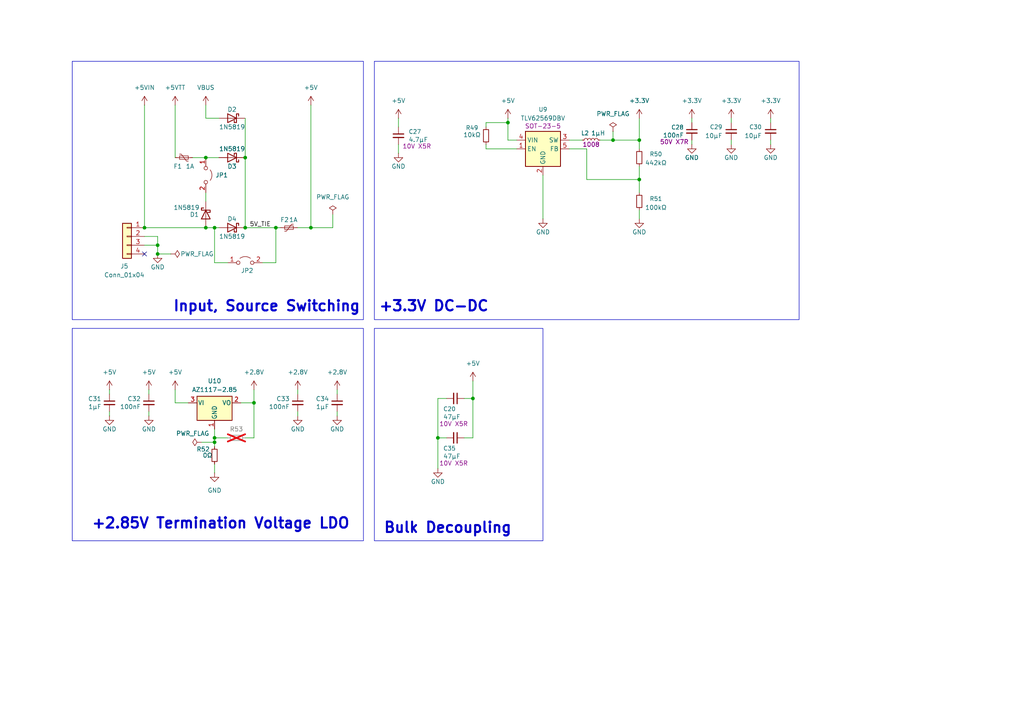
<source format=kicad_sch>
(kicad_sch (version 20250114) (generator "eeschema") (generator_version "9.0")
  (paper "A4")
  (title_block (title "GBSCSI2 Common Platform - Power, 3.3V DC-DC + LDO VTT") (date "2026-02-01") (rev "2.0") (comment 1 "Drawn by George R. M."))
  (lib_symbols
    (symbol "Connector_Generic:Conn_01x04" (pin_names (offset 1.016) (hide yes))
      (property "Reference" "J" (at 0 5.08 0))
      (property "Value" "Conn_01x04" (at 0 -7.62 0))
      (symbol "Conn_01x04_1_1"
        (rectangle (start -1.27 3.81) (end 1.27 -6.35) (stroke (width 0.254)) (fill (type background)))
        (rectangle (start -1.27 2.667) (end 0 2.413) (stroke (width 0.1524)))
        (rectangle (start -1.27 0.127) (end 0 -0.127) (stroke (width 0.1524)))
        (rectangle (start -1.27 -2.413) (end 0 -2.667) (stroke (width 0.1524)))
        (rectangle (start -1.27 -4.953) (end 0 -5.207) (stroke (width 0.1524)))
        (pin passive line (at -5.08 2.54 0) (length 3.81) (name "Pin_1") (number "1"))
        (pin passive line (at -5.08 0 0) (length 3.81) (name "Pin_2") (number "2"))
        (pin passive line (at -5.08 -2.54 0) (length 3.81) (name "Pin_3") (number "3"))
        (pin passive line (at -5.08 -5.08 0) (length 3.81) (name "Pin_4") (number "4"))
      )
    )
    (symbol "Device:C_Small" (pin_numbers (hide yes)) (pin_names (offset 0.254) (hide yes))
      (property "Reference" "C" (at 0.254 1.778 0))
      (property "Value" "C_Small" (at 0.254 -2.032 0))
      (symbol "C_Small_0_1"
        (polyline (pts (xy -1.524 0.508) (xy 1.524 0.508)) (stroke (width 0.3048)))
        (polyline (pts (xy -1.524 -0.508) (xy 1.524 -0.508)) (stroke (width 0.3302)))
      )
      (symbol "C_Small_1_1"
        (pin passive line (at 0 2.54 270) (length 2.032) (name "~") (number "1"))
        (pin passive line (at 0 -2.54 90) (length 2.032) (name "~") (number "2"))
      )
    )
    (symbol "Device:D_Schottky" (pin_numbers (hide yes)) (pin_names (offset 1.016) (hide yes))
      (property "Reference" "D" (at 0 2.54 0))
      (property "Value" "D_Schottky" (at 0 -2.54 0))
      (symbol "D_Schottky_0_1"
        (polyline (pts (xy -1.905 0.635) (xy -1.905 1.27) (xy -1.27 1.27) (xy -1.27 -1.27) (xy -0.635 -1.27) (xy -0.635 -0.635)) (stroke (width 0.254)))
        (polyline (pts (xy 1.27 1.27) (xy 1.27 -1.27) (xy -1.27 0) (xy 1.27 1.27)) (stroke (width 0.254)))
        (polyline (pts (xy 1.27 0) (xy -1.27 0)))
      )
      (symbol "D_Schottky_1_1"
        (pin passive line (at -3.81 0 0) (length 2.54) (name "K") (number "1"))
        (pin passive line (at 3.81 0 180) (length 2.54) (name "A") (number "2"))
      )
    )
    (symbol "Device:L_Small" (pin_numbers (hide yes)) (pin_names (offset 0.254) (hide yes))
      (property "Reference" "L" (at 0.762 1.016 0))
      (property "Value" "L_Small" (at 0.762 -1.016 0))
      (symbol "L_Small_0_1"
        (arc (start 0 2.032) (mid 0.5058 1.524) (end 0 1.016))
        (arc (start 0 1.016) (mid 0.5058 0.508) (end 0 0))
        (arc (start 0 0) (mid 0.5058 -0.508) (end 0 -1.016))
        (arc (start 0 -1.016) (mid 0.5058 -1.524) (end 0 -2.032))
      )
      (symbol "L_Small_1_1"
        (pin passive line (at 0 2.54 270) (length 0.508) (name "~") (number "1"))
        (pin passive line (at 0 -2.54 90) (length 0.508) (name "~") (number "2"))
      )
    )
    (symbol "Device:Polyfuse_Small" (pin_numbers (hide yes)) (pin_names (offset 0))
      (property "Reference" "F" (at -1.905 0 90))
      (property "Value" "Polyfuse_Small" (at 1.905 0 90))
      (symbol "Polyfuse_Small_0_1"
        (polyline (pts (xy -1.016 1.27) (xy -1.016 0.762) (xy 1.016 -0.762) (xy 1.016 -1.27)))
        (rectangle (start -0.508 1.27) (end 0.508 -1.27))
        (polyline (pts (xy 0 2.54) (xy 0 -2.54)))
      )
      (symbol "Polyfuse_Small_1_1"
        (pin passive line (at 0 2.54 270) (length 0.635) (name "~") (number "1"))
        (pin passive line (at 0 -2.54 90) (length 0.635) (name "~") (number "2"))
      )
    )
    (symbol "Device:R_Small" (pin_numbers (hide yes)) (pin_names (offset 0.254) (hide yes))
      (property "Reference" "R" (at 0 0 90))
      (property "Value" "R_Small" (at 1.778 0 90))
      (symbol "R_Small_0_1"
        (rectangle (start -0.762 1.778) (end 0.762 -1.778) (stroke (width 0.2032)))
      )
      (symbol "R_Small_1_1"
        (pin passive line (at 0 2.54 270) (length 0.762) (name "~") (number "1"))
        (pin passive line (at 0 -2.54 90) (length 0.762) (name "~") (number "2"))
      )
    )
    (symbol "Jumper:Jumper_2_Open" (pin_names (offset 0) (hide yes))
      (property "Reference" "JP" (at 0 2.794 0))
      (property "Value" "Jumper_2_Open" (at 0 -2.286 0))
      (symbol "Jumper_2_Open_0_0"
        (circle (center -2.032 0) (radius 0.508))
        (circle (center 2.032 0) (radius 0.508))
      )
      (symbol "Jumper_2_Open_0_1"
        (arc (start -1.524 1.27) (mid 0 1.778) (end 1.524 1.27))
      )
      (symbol "Jumper_2_Open_1_1"
        (pin passive line (at -5.08 0 0) (length 2.54) (name "A") (number "1"))
        (pin passive line (at 5.08 0 180) (length 2.54) (name "B") (number "2"))
      )
    )
    (symbol "Regulator_Linear:AZ1117-2.85" (pin_names (offset 0.254))
      (property "Reference" "U" (at -3.81 3.175 0))
      (property "Value" "AZ1117-2.85" (at 0 3.175 0))
      (symbol "AZ1117-2.85_0_1"
        (rectangle (start -5.08 1.905) (end 5.08 -5.08) (stroke (width 0.254)) (fill (type background)))
      )
      (symbol "AZ1117-2.85_1_1"
        (pin power_in line (at -7.62 0 0) (length 2.54) (name "VI") (number "3"))
        (pin power_in line (at 0 -7.62 90) (length 2.54) (name "GND") (number "1"))
        (pin power_out line (at 7.62 0 180) (length 2.54) (name "VO") (number "2"))
      )
    )
    (symbol "Regulator_Switching:TLV62569DBV"
      (property "Reference" "U" (at -5.08 6.35 0))
      (property "Value" "TLV62569DBV" (at 0 6.35 0))
      (symbol "TLV62569DBV_0_1"
        (rectangle (start -5.08 5.08) (end 5.08 -5.08) (stroke (width 0.254)) (fill (type background)))
      )
      (symbol "TLV62569DBV_1_1"
        (pin power_in line (at -7.62 2.54 0) (length 2.54) (name "VIN") (number "4"))
        (pin input line (at -7.62 0 0) (length 2.54) (name "EN") (number "1"))
        (pin power_in line (at 0 -7.62 90) (length 2.54) (name "GND") (number "2"))
        (pin power_out line (at 7.62 2.54 180) (length 2.54) (name "SW") (number "3"))
        (pin input line (at 7.62 0 180) (length 2.54) (name "FB") (number "5"))
      )
    )
    (symbol "power:+2V8" (power) (pin_names (offset 0))
      (property "Value" "+2V8" (at 0 3.556 0))
      (symbol "+2V8_0_1"
        (polyline (pts (xy -0.762 1.27) (xy 0 2.54)))
        (polyline (pts (xy 0 2.54) (xy 0.762 1.27)))
        (polyline (pts (xy 0 0) (xy 0 2.54)))
      )
      (symbol "+2V8_1_1"
        (pin power_in line (at 0 0 90) (length 0) (hide yes) (name "+2V8") (number "1"))
      )
    )
    (symbol "power:+3.3V" (power) (pin_numbers (hide yes)) (pin_names (offset 0) (hide yes))
      (property "Value" "+3.3V" (at 0 3.556 0))
      (symbol "+3.3V_0_1"
        (polyline (pts (xy -0.762 1.27) (xy 0 2.54)))
        (polyline (pts (xy 0 2.54) (xy 0.762 1.27)))
        (polyline (pts (xy 0 0) (xy 0 2.54)))
      )
      (symbol "+3.3V_1_1"
        (pin power_in line (at 0 0 90) (length 0) (name "~") (number "1"))
      )
    )
    (symbol "power:+5V" (power) (pin_numbers (hide yes)) (pin_names (offset 0) (hide yes))
      (property "Value" "+5V" (at 0 3.556 0))
      (symbol "+5V_0_1"
        (polyline (pts (xy -0.762 1.27) (xy 0 2.54)))
        (polyline (pts (xy 0 2.54) (xy 0.762 1.27)))
        (polyline (pts (xy 0 0) (xy 0 2.54)))
      )
      (symbol "+5V_1_1"
        (pin power_in line (at 0 0 90) (length 0) (name "~") (number "1"))
      )
    )
    (symbol "power:GND" (power) (pin_numbers (hide yes)) (pin_names (offset 0) (hide yes))
      (property "Value" "GND" (at 0 -3.81 0))
      (symbol "GND_0_1"
        (polyline (pts (xy 0 0) (xy 0 -1.27) (xy 1.27 -1.27) (xy 0 -2.54) (xy -1.27 -1.27) (xy 0 -1.27)))
      )
      (symbol "GND_1_1"
        (pin power_in line (at 0 0 270) (length 0) (name "~") (number "1"))
      )
    )
    (symbol "power:PWR_FLAG" (power) (pin_numbers (hide yes)) (pin_names (offset 0) (hide yes))
      (property "Value" "PWR_FLAG" (at 0 3.81 0))
      (symbol "PWR_FLAG_0_0"
        (pin power_out line (at 0 0 90) (length 0) (name "~") (number "1"))
      )
      (symbol "PWR_FLAG_0_1"
        (polyline (pts (xy 0 0) (xy 0 1.27) (xy -1.016 1.905) (xy 0 2.54) (xy 1.016 1.905) (xy 0 1.27)))
      )
    )
    (symbol "power:VBUS" (power) (pin_numbers (hide yes)) (pin_names (offset 0) (hide yes))
      (property "Value" "VBUS" (at 0 3.556 0))
      (symbol "VBUS_0_1"
        (polyline (pts (xy -0.762 1.27) (xy 0 2.54)))
        (polyline (pts (xy 0 2.54) (xy 0.762 1.27)))
        (polyline (pts (xy 0 0) (xy 0 2.54)))
      )
      (symbol "VBUS_1_1"
        (pin power_in line (at 0 0 90) (length 0) (name "~") (number "1"))
      )
    )
  )
  (rectangle (start 108.585 17.78) (end 231.775 92.71))
  (rectangle (start 108.585 95.25) (end 157.48 156.845))
  (rectangle (start 20.955 95.25) (end 105.41 156.845))
  (rectangle (start 20.955 17.78) (end 105.41 92.71))
  (text "+2.85V Termination Voltage LDO" (at 26.416 153.67 0) (effects (font (size 3 3) (thickness 0.6) (bold yes)) (justify left bottom)))
  (text "+3.3V DC-DC" (at 109.728 90.678 0) (effects (font (size 3 3) (thickness 0.6) (bold yes)) (justify left bottom)))
  (text "Bulk Decoupling" (at 111.125 154.94 0) (effects (font (size 3 3) (thickness 0.6) (bold yes)) (justify left bottom)))
  (text "Input, Source Switching" (at 50.038 90.678 0) (effects (font (size 3 3) (thickness 0.6) (bold yes)) (justify left bottom)))
  (junction (at 71.12 66.04))
  (junction (at 185.42 52.07))
  (junction (at 90.17 66.04))
  (junction (at 127 127))
  (junction (at 59.69 66.04))
  (junction (at 185.42 40.64))
  (junction (at 59.69 45.72))
  (junction (at 137.16 115.57))
  (junction (at 45.72 73.66))
  (junction (at 147.32 35.56))
  (junction (at 177.8 40.64))
  (junction (at 45.72 71.12))
  (junction (at 62.23 128.27))
  (junction (at 80.01 66.04))
  (junction (at 73.66 116.84))
  (junction (at 62.23 66.04))
  (junction (at 41.91 66.04))
  (junction (at 71.12 45.72))
  (junction (at 62.23 127))
  (no_connect (at 41.91 73.66))
  (wire (pts (xy 62.23 127) (xy 66.04 127)))
  (wire (pts (xy 137.16 127) (xy 134.62 127)))
  (wire (pts (xy 127 127) (xy 127 135.89)))
  (wire (pts (xy 41.91 68.58) (xy 45.72 68.58)))
  (wire (pts (xy 45.72 71.12) (xy 45.72 73.66)))
  (wire (pts (xy 49.53 73.66) (xy 45.72 73.66)))
  (wire (pts (xy 127 127) (xy 129.54 127)))
  (wire (pts (xy 69.85 116.84) (xy 73.66 116.84)))
  (wire (pts (xy 185.42 34.29) (xy 185.42 40.64)))
  (wire (pts (xy 86.36 114.3) (xy 86.36 113.03)))
  (wire (pts (xy 71.12 66.04) (xy 80.01 66.04)))
  (wire (pts (xy 97.79 120.65) (xy 97.79 119.38)))
  (wire (pts (xy 115.57 34.29) (xy 115.57 36.83)))
  (wire (pts (xy 165.1 43.18) (xy 170.18 43.18)))
  (wire (pts (xy 31.75 114.3) (xy 31.75 113.03)))
  (wire (pts (xy 59.69 58.42) (xy 59.69 55.88)))
  (wire (pts (xy 43.18 114.3) (xy 43.18 113.03)))
  (wire (pts (xy 223.52 41.91) (xy 223.52 40.64)))
  (wire (pts (xy 212.09 34.29) (xy 212.09 35.56)))
  (wire (pts (xy 41.91 71.12) (xy 45.72 71.12)))
  (wire (pts (xy 140.97 35.56) (xy 147.32 35.56)))
  (wire (pts (xy 55.88 45.72) (xy 59.69 45.72)))
  (wire (pts (xy 177.8 40.64) (xy 185.42 40.64)))
  (wire (pts (xy 140.97 35.56) (xy 140.97 36.83)))
  (wire (pts (xy 62.23 128.27) (xy 62.23 127)))
  (wire (pts (xy 62.23 134.62) (xy 62.23 137.16)))
  (wire (pts (xy 170.18 43.18) (xy 170.18 52.07)))
  (wire (pts (xy 212.09 41.91) (xy 212.09 40.64)))
  (wire (pts (xy 86.36 120.65) (xy 86.36 119.38)))
  (wire (pts (xy 127 115.57) (xy 129.54 115.57)))
  (wire (pts (xy 71.12 127) (xy 73.66 127)))
  (wire (pts (xy 62.23 127) (xy 62.23 124.46)))
  (wire (pts (xy 147.32 40.64) (xy 149.86 40.64)))
  (wire (pts (xy 59.69 45.72) (xy 63.5 45.72)))
  (wire (pts (xy 147.32 35.56) (xy 147.32 34.29)))
  (wire (pts (xy 140.97 41.91) (xy 140.97 43.18)))
  (wire (pts (xy 170.18 52.07) (xy 185.42 52.07)))
  (wire (pts (xy 62.23 76.2) (xy 66.04 76.2)))
  (wire (pts (xy 50.8 116.84) (xy 50.8 113.03)))
  (wire (pts (xy 157.48 63.5) (xy 157.48 50.8)))
  (wire (pts (xy 76.2 76.2) (xy 80.01 76.2)))
  (wire (pts (xy 86.36 66.04) (xy 90.17 66.04)))
  (wire (pts (xy 115.57 41.91) (xy 115.57 44.45)))
  (wire (pts (xy 43.18 120.65) (xy 43.18 119.38)))
  (wire (pts (xy 185.42 48.26) (xy 185.42 52.07)))
  (wire (pts (xy 62.23 129.54) (xy 62.23 128.27)))
  (wire (pts (xy 80.01 66.04) (xy 80.01 76.2)))
  (wire (pts (xy 59.69 30.48) (xy 59.69 34.29)))
  (wire (pts (xy 137.16 115.57) (xy 137.16 127)))
  (wire (pts (xy 200.66 41.91) (xy 200.66 40.64)))
  (wire (pts (xy 73.66 127) (xy 73.66 116.84)))
  (wire (pts (xy 137.16 115.57) (xy 134.62 115.57)))
  (wire (pts (xy 140.97 43.18) (xy 149.86 43.18)))
  (wire (pts (xy 59.69 66.04) (xy 62.23 66.04)))
  (wire (pts (xy 185.42 60.96) (xy 185.42 63.5)))
  (wire (pts (xy 147.32 40.64) (xy 147.32 35.56)))
  (wire (pts (xy 165.1 40.64) (xy 168.91 40.64)))
  (wire (pts (xy 127 115.57) (xy 127 127)))
  (wire (pts (xy 200.66 34.29) (xy 200.66 35.56)))
  (wire (pts (xy 137.16 110.49) (xy 137.16 115.57)))
  (wire (pts (xy 97.79 114.3) (xy 97.79 113.03)))
  (wire (pts (xy 185.42 40.64) (xy 185.42 43.18)))
  (wire (pts (xy 71.12 45.72) (xy 71.12 34.29)))
  (wire (pts (xy 41.91 30.48) (xy 41.91 66.04)))
  (wire (pts (xy 54.61 116.84) (xy 50.8 116.84)))
  (wire (pts (xy 62.23 66.04) (xy 63.5 66.04)))
  (wire (pts (xy 223.52 34.29) (xy 223.52 35.56)))
  (wire (pts (xy 50.8 30.48) (xy 50.8 45.72)))
  (wire (pts (xy 59.69 34.29) (xy 63.5 34.29)))
  (wire (pts (xy 41.91 66.04) (xy 59.69 66.04)))
  (wire (pts (xy 62.23 66.04) (xy 62.23 76.2)))
  (wire (pts (xy 96.52 62.23) (xy 96.52 66.04)))
  (wire (pts (xy 80.01 66.04) (xy 81.28 66.04)))
  (wire (pts (xy 185.42 52.07) (xy 185.42 55.88)))
  (wire (pts (xy 45.72 68.58) (xy 45.72 71.12)))
  (wire (pts (xy 90.17 66.04) (xy 96.52 66.04)))
  (wire (pts (xy 31.75 120.65) (xy 31.75 119.38)))
  (wire (pts (xy 71.12 66.04) (xy 71.12 45.72)))
  (wire (pts (xy 90.17 66.04) (xy 90.17 30.48)))
  (wire (pts (xy 58.42 128.27) (xy 62.23 128.27)))
  (wire (pts (xy 73.66 116.84) (xy 73.66 113.03)))
  (wire (pts (xy 177.8 38.1) (xy 177.8 40.64)))
  (wire (pts (xy 173.99 40.64) (xy 177.8 40.64)))
  (label "5V_TIE" (at 72.39 66.04 0))
  (symbol (lib_id "power:+5V") (at 137.16 110.49 0) (mirror y) (unit 1)
    (property "Reference" "#PWR0110" (effects (hide yes)))
    (property "Value" "+5V" (at 137.16 105.41 0))
  )
  (symbol (lib_id "power:GND") (at 212.09 41.91 0) (unit 1)
    (property "Reference" "#PWR091" (effects (hide yes)))
    (property "Value" "GND" (at 212.09 45.72 0))
  )
  (symbol (lib_id "Device:C_Small") (at 223.52 38.1 0) (unit 1)
    (property "Reference" "C30" (at 220.98 36.8362 0) (effects (font (size 1.2 1.2)) (justify right)))
    (property "Value" "10μF" (at 220.98 39.3762 0) (effects (justify right)))
    (property "Footprint" "Capacitor_SMD:C_0603_1608Metric" (effects (hide yes)))
    (property "LCSC" "C96446" (effects (hide yes)))
    (property "Preferred MPN" "CL10A106MA8NRNC" (effects (hide yes)))
    (property "Alternate Part Number" "GRM188R61E106KA73D" (effects (hide yes)))
    (property "Nominal Preferred Characteristics" "25V X5R" (effects (hide yes)))
    (property "Case/Package" "0603" (effects (hide yes)))
    (property "Dimensions" "1.6x0.8mm" (effects (hide yes)))
  )
  (symbol (lib_id "power:GND") (at 157.48 63.5 0) (unit 1)
    (property "Reference" "#PWR084" (effects (hide yes)))
    (property "Value" "GND" (at 157.48 67.31 0))
  )
  (symbol (lib_id "Device:L_Small") (at 171.45 40.64 90) (unit 1)
    (property "Reference" "L2" (at 169.672 38.608 90) (effects (font (size 1.2 1.2))))
    (property "Value" "1μH" (at 173.482 38.608 90))
    (property "Footprint" "Inductor_SMD:L_1008_2520Metric" (effects (hide yes)))
    (property "Datasheet" "https://jlcpcb.com/api/file/downloadByFileSystemAccessId/8590903638858543104" (effects (hide yes)))
    (property "LCSC" "C5832356" (effects (hide yes)))
    (property "Preferred MPN" "FTC252010S1R0MBCA" (effects (hide yes)))
    (property "Alternate Part Number" "IHHP1008AZER1R0M01" (effects (hide yes)))
    (property "Case/Package" "1008" (at 171.45 41.91 90))
    (property "Dimensions" "2.5x2.0mm" (effects (hide yes)))
  )
  (symbol (lib_id "power:GND") (at 62.23 137.16 0) (unit 1)
    (property "Reference" "#PWR099" (effects (hide yes)))
    (property "Value" "GND" (at 62.23 142.24 0))
  )
  (symbol (lib_id "Device:C_Small") (at 43.18 116.84 0) (unit 1)
    (property "Reference" "C32" (at 40.8686 115.6716 0) (effects (justify right)))
    (property "Value" "100nF" (at 40.8686 117.983 0) (effects (justify right)))
    (property "Footprint" "Capacitor_SMD:C_0603_1608Metric" (effects (hide yes)))
    (property "LCSC" "C14663" (effects (hide yes)))
    (property "LCSC Part #" "C14663" (effects (hide yes)))
  )
  (symbol (lib_id "Device:D_Schottky") (at 67.31 66.04 0) (mirror y) (unit 1)
    (property "Reference" "D4" (at 67.31 63.5 0))
    (property "Value" "1N5819" (at 67.31 68.58 0))
    (property "Footprint" "Diode_SMD:D_SOD-123" (effects (hide yes)))
    (property "Description" "Schottky diode" (effects (hide yes)))
    (property "LCSC" "C191023" (effects (hide yes)))
    (property "LCSC Part #" "C82544" (effects (hide yes)))
  )
  (symbol (lib_id "power:VBUS") (at 59.69 30.48 0) (unit 1)
    (property "Reference" "#PWR082" (effects (hide yes)))
    (property "Value" "VBUS" (at 59.69 25.4 0))
    (property "Description" "Power symbol creates a global label with name \"VBUS\"" (effects (hide yes)))
  )
  (symbol (lib_id "power:+5V") (at 41.91 30.48 0) (unit 1)
    (property "Reference" "#PWR079" (effects (hide yes)))
    (property "Value" "+5VIN" (at 41.91 25.4 0))
    (property "Description" "Power symbol creates a global label with name \"+5V\"" (effects (hide yes)))
  )
  (symbol (lib_id "Regulator_Linear:AZ1117-2.85") (at 62.23 116.84 0) (unit 1)
    (property "Reference" "U10" (at 62.23 110.49 0))
    (property "Value" "AZ1117-2.85" (at 62.23 113.03 0))
    (property "Footprint" "Package_TO_SOT_SMD:SOT-223-3_TabPin2" (effects (hide yes)))
    (property "Datasheet" "https://www.diodes.com/assets/Datasheets/AZ1117.pdf" (effects (hide yes)))
    (property "LCSC" "C14791" (effects (hide yes)))
    (property "LCSC Part #" "C14791" (effects (hide yes)))
  )
  (symbol (lib_id "Device:C_Small") (at 132.08 115.57 270) (unit 1)
    (property "Reference" "C20" (at 128.524 118.618 90) (effects (font (size 1.2 1.2)) (justify left)))
    (property "Value" "47μF" (at 128.524 120.9294 90) (effects (justify left)))
    (property "Footprint" "Capacitor_SMD:C_1206_3216Metric" (effects (hide yes)))
    (property "LCSC" "C96123" (effects (hide yes)))
    (property "Preferred MPN" "CL31A476MPHNNNE" (effects (hide yes)))
    (property "Nominal Preferred Characteristics" "10V X5R" (at 131.572 122.936 90))
    (property "Case/Package" "1206" (effects (hide yes)))
    (property "Dimensions" "1.0x0.5mm" (effects (hide yes)))
  )
  (symbol (lib_id "Regulator_Switching:TLV62569DBV") (at 157.48 43.18 0) (unit 1)
    (property "Reference" "U9" (at 157.48 31.75 0) (effects (font (size 1.2 1.2))))
    (property "Value" "TLV62569DBV" (at 157.48 34.29 0))
    (property "Footprint" "Package_TO_SOT_SMD:SOT-23-5" (effects (hide yes)))
    (property "Datasheet" "http://www.ti.com/lit/ds/symlink/tlv62569.pdf" (effects (hide yes)))
    (property "Description" "High Efficiency Synchronous Buck Converter, Adjustable Output 0.6V-5.5V, 2A, SOT-23-5" (effects (hide yes)))
    (property "Preferred MPN" "TLV62569DBVR" (effects (hide yes)))
    (property "Alternate Part Number" "TLV62568DBVR" (effects (hide yes)))
    (property "LCSC" "C141836" (effects (hide yes)))
    (property "Comment" "Buck Regulator" (effects (hide yes)))
    (property "Case/Package" "SOT-23-5" (at 157.48 36.576 0))
  )
  (symbol (lib_id "Device:R_Small") (at 62.23 132.08 180) (unit 1)
    (property "Reference" "R52" (at 58.928 130.302 0))
    (property "Value" "0Ω" (at 60.198 132.08 0))
    (property "Footprint" "Resistor_SMD:R_0603_1608Metric" (effects (hide yes)))
    (property "LCSC" "C21189" (effects (hide yes)))
    (property "LCSC Part #" "C21189" (effects (hide yes)))
  )
  (symbol (lib_id "power:+5V") (at 50.8 113.03 0) (mirror y) (unit 1)
    (property "Reference" "#PWR098" (effects (hide yes)))
    (property "Value" "+5V" (at 50.8 107.95 0))
  )
  (symbol (lib_id "power:+5V") (at 90.17 30.48 0) (unit 1)
    (property "Reference" "#PWR085" (effects (hide yes)))
    (property "Value" "+5V" (at 90.17 25.4 0))
  )
  (symbol (lib_id "power:GND") (at 185.42 63.5 0) (unit 1)
    (property "Reference" "#PWR087" (effects (hide yes)))
    (property "Value" "GND" (at 185.42 67.31 0))
  )
  (symbol (lib_id "power:+5V") (at 50.8 30.48 0) (unit 1)
    (property "Reference" "#PWR081" (effects (hide yes)))
    (property "Value" "+5VTT" (at 50.8 25.4 0))
    (property "Description" "Power symbol creates a global label with name \"+5V\"" (effects (hide yes)))
  )
  (symbol (lib_id "power:PWR_FLAG") (at 58.42 128.27 90) (unit 1)
    (property "Reference" "#FLG0103" (effects (hide yes)))
    (property "Value" "PWR_FLAG" (at 55.88 125.73 90))
    (property "Description" "Special symbol for telling ERC where power comes from" (effects (hide yes)))
  )
  (symbol (lib_id "power:GND") (at 97.79 120.65 0) (unit 1)
    (property "Reference" "#PWR0104" (effects (hide yes)))
    (property "Value" "GND" (at 97.79 124.46 0))
  )
  (symbol (lib_id "power:+3.3V") (at 212.09 34.29 0) (unit 1)
    (property "Reference" "#PWR090" (effects (hide yes)))
    (property "Value" "+3.3V" (at 212.09 29.21 0))
  )
  (symbol (lib_id "Device:R_Small") (at 140.97 39.37 0) (mirror x) (unit 1)
    (property "Reference" "R49" (at 136.906 37.084 0) (effects (font (size 1.2 1.2))))
    (property "Value" "10kΩ" (at 136.906 39.116 0))
    (property "Footprint" "Resistor_SMD:R_0402_1005Metric" (effects (hide yes)))
    (property "LCSC" "C25744" (effects (hide yes)))
    (property "Preferred MPN" "0402WGF1002TCE" (effects (hide yes)))
    (property "Alternate Part Number" "RC0402JR-0710KL" (effects (hide yes)))
    (property "Case/Package" "0402" (effects (hide yes)))
    (property "Dimensions" "1.0x0.5mm" (effects (hide yes)))
  )
  (symbol (lib_id "Device:C_Small") (at 97.79 116.84 0) (unit 1)
    (property "Reference" "C34" (at 95.4786 115.6716 0) (effects (justify right)))
    (property "Value" "1μF" (at 95.4786 117.983 0) (effects (justify right)))
    (property "Footprint" "Capacitor_SMD:C_0603_1608Metric" (effects (hide yes)))
    (property "LCSC" "C15849" (effects (hide yes)))
    (property "LCSC Part #" "C15849" (effects (hide yes)))
  )
  (symbol (lib_id "power:GND") (at 200.66 41.91 0) (unit 1)
    (property "Reference" "#PWR089" (effects (hide yes)))
    (property "Value" "GND" (at 200.66 45.72 0))
  )
  (symbol (lib_id "power:+2V8") (at 73.66 113.03 0) (unit 1)
    (property "Reference" "#PWR0100" (effects (hide yes)))
    (property "Value" "+2.8V" (at 73.66 107.95 0))
  )
  (symbol (lib_id "Device:D_Schottky") (at 59.69 62.23 90) (mirror x) (unit 1)
    (property "Reference" "D1" (at 56.388 62.23 90))
    (property "Value" "1N5819" (at 54.102 60.198 90))
    (property "Footprint" "Diode_SMD:D_SOD-123" (effects (hide yes)))
    (property "Description" "Schottky diode" (effects (hide yes)))
    (property "LCSC" "C191023" (effects (hide yes)))
    (property "LCSC Part #" "C82544" (effects (hide yes)))
  )
  (symbol (lib_id "power:+5V") (at 31.75 113.03 0) (mirror y) (unit 1)
    (property "Reference" "#PWR094" (effects (hide yes)))
    (property "Value" "+5V" (at 31.75 107.95 0))
  )
  (symbol (lib_id "power:GND") (at 31.75 120.65 0) (unit 1)
    (property "Reference" "#PWR095" (effects (hide yes)))
    (property "Value" "GND" (at 31.75 124.46 0))
  )
  (symbol (lib_id "Device:R_Small") (at 68.58 127 90) (unit 1) (dnp yes)
    (property "Reference" "R53" (at 68.58 124.46 90))
    (property "Value" "~" (at 68.58 127 90))
    (property "Footprint" "Resistor_SMD:R_0603_1608Metric" (effects (hide yes)))
    (property "LCSC" "N/A" (effects (hide yes)))
    (property "LCSC Part #" "N/A" (effects (hide yes)))
  )
  (symbol (lib_id "Device:R_Small") (at 185.42 58.42 0) (mirror y) (unit 1)
    (property "Reference" "R51" (at 190.246 57.658 0) (effects (font (size 1.2 1.2))))
    (property "Value" "100kΩ" (at 190.246 60.198 0))
    (property "Footprint" "Resistor_SMD:R_0402_1005Metric" (effects (hide yes)))
    (property "LCSC" "C25741" (effects (hide yes)))
    (property "Preferred MPN" "0402WGF1003TCE" (effects (hide yes)))
    (property "Alternate Part Number" "RC0402FR-07100KL" (effects (hide yes)))
    (property "Case/Package" "0402" (effects (hide yes)))
    (property "Dimensions" "1.0x0.5mm" (effects (hide yes)))
  )
  (symbol (lib_id "Device:C_Small") (at 115.57 39.37 0) (unit 1)
    (property "Reference" "C27" (at 118.491 38.2016 0) (effects (font (size 1.2 1.2)) (justify left)))
    (property "Value" "4.7μF" (at 118.491 40.513 0) (effects (justify left)))
    (property "Footprint" "Capacitor_SMD:C_0402_1005Metric" (effects (hide yes)))
    (property "LCSC" "C23733" (effects (hide yes)))
    (property "Preferred MPN" "CL05A475MP5NRNC" (effects (hide yes)))
    (property "Alternate Part Number" "GRM155R61E475ME15D" (effects (hide yes)))
    (property "Nominal Preferred Characteristics" "10V X5R" (at 120.904 42.418 0))
    (property "Case/Package" "0402" (effects (hide yes)))
    (property "Dimensions" "1.0x0.5mm" (effects (hide yes)))
  )
  (symbol (lib_id "power:GND") (at 86.36 120.65 0) (unit 1)
    (property "Reference" "#PWR0102" (effects (hide yes)))
    (property "Value" "GND" (at 86.36 124.46 0))
  )
  (symbol (lib_id "Device:C_Small") (at 200.66 38.1 0) (unit 1)
    (property "Reference" "C28" (at 198.3486 36.9316 0) (effects (font (size 1.2 1.2)) (justify right)))
    (property "Value" "100nF" (at 198.3486 39.243 0) (effects (justify right)))
    (property "Footprint" "Capacitor_SMD:C_0402_1005Metric" (effects (hide yes)))
    (property "LCSC" "C307331" (effects (hide yes)))
    (property "Preferred MPN" "CL05B104KB54PNC" (effects (hide yes)))
    (property "Alternate Part Number" "GRM155R71H104KE14D" (effects (hide yes)))
    (property "Nominal Preferred Characteristics" "50V X7R" (at 195.58 41.148 0))
    (property "Case/Package" "0402" (effects (hide yes)))
    (property "Dimensions" "1.0x0.5mm" (effects (hide yes)))
  )
  (symbol (lib_id "Device:D_Schottky") (at 67.31 45.72 180) (unit 1)
    (property "Reference" "D3" (at 67.31 48.26 0))
    (property "Value" "1N5819" (at 67.31 43.18 0))
    (property "Footprint" "Diode_SMD:D_SOD-123" (effects (hide yes)))
    (property "Description" "Schottky diode" (effects (hide yes)))
    (property "LCSC" "C191023" (effects (hide yes)))
    (property "LCSC Part #" "C82544" (effects (hide yes)))
  )
  (symbol (lib_id "power:PWR_FLAG") (at 177.8 38.1 0) (unit 1)
    (property "Reference" "#FLG04" (effects (hide yes)))
    (property "Value" "PWR_FLAG" (at 177.8 33.02 0))
    (property "Description" "Special symbol for telling ERC where power comes from" (effects (hide yes)))
  )
  (symbol (lib_id "Device:Polyfuse_Small") (at 83.82 66.04 90) (unit 1)
    (property "Reference" "F2" (at 82.55 63.754 90))
    (property "Value" "1A" (at 85.09 63.754 90))
    (property "Footprint" "Fuse:Fuse_0805_2012Metric" (effects (hide yes)))
    (property "Description" "Resettable fuse, polymeric positive temperature coefficient, small symbol" (effects (hide yes)))
    (property "LCSC" "C468888" (effects (hide yes)))
    (property "LCSC Part #" "C468888" (effects (hide yes)))
  )
  (symbol (lib_id "power:GND") (at 127 135.89 0) (unit 1)
    (property "Reference" "#PWR0106" (effects (hide yes)))
    (property "Value" "GND" (at 127 139.7 0))
  )
  (symbol (lib_id "power:+3.3V") (at 223.52 34.29 0) (unit 1)
    (property "Reference" "#PWR092" (effects (hide yes)))
    (property "Value" "+3.3V" (at 223.52 29.21 0))
  )
  (symbol (lib_id "power:PWR_FLAG") (at 96.52 62.23 0) (unit 1)
    (property "Reference" "#FLG06" (effects (hide yes)))
    (property "Value" "PWR_FLAG" (at 96.52 57.15 0))
    (property "Description" "Special symbol for telling ERC where power comes from" (effects (hide yes)))
  )
  (symbol (lib_id "power:GND") (at 223.52 41.91 0) (unit 1)
    (property "Reference" "#PWR093" (effects (hide yes)))
    (property "Value" "GND" (at 223.52 45.72 0))
  )
  (symbol (lib_id "power:+5V") (at 43.18 113.03 0) (mirror y) (unit 1)
    (property "Reference" "#PWR096" (effects (hide yes)))
    (property "Value" "+5V" (at 43.18 107.95 0))
  )
  (symbol (lib_id "Connector_Generic:Conn_01x04") (at 36.83 68.58 0) (mirror y) (unit 1)
    (property "Reference" "J5" (at 36.068 77.216 0))
    (property "Value" "Conn_01x04" (at 36.068 79.756 0))
    (property "Footprint" "Connector_PinHeader_2.54mm:PinHeader_1x04_P2.54mm_Horizontal" (effects (hide yes)))
    (property "LCSC" "N/A" (effects (hide yes)))
    (property "LCSC Part #" "N/A" (effects (hide yes)))
  )
  (symbol (lib_id "Jumper:Jumper_2_Open") (at 59.69 50.8 270) (unit 1)
    (property "Reference" "JP1" (at 62.484 50.8 90) (effects (justify left)))
    (property "Value" "Jumper_2_Open" (effects (hide yes)))
    (property "Footprint" "Connector_PinHeader_2.54mm:PinHeader_2x01_P2.54mm_Vertical" (effects (hide yes)))
    (property "Description" "Jumper, 2-pole, open" (effects (hide yes)))
    (property "LCSC" "N/A" (effects (hide yes)))
    (property "LCSC Part #" "N/A" (effects (hide yes)))
  )
  (symbol (lib_id "power:GND") (at 45.72 73.66 0) (unit 1)
    (property "Reference" "#PWR080" (effects (hide yes)))
    (property "Value" "GND" (at 45.72 77.47 0))
  )
  (symbol (lib_id "Device:C_Small") (at 86.36 116.84 0) (unit 1)
    (property "Reference" "C33" (at 84.0486 115.6716 0) (effects (justify right)))
    (property "Value" "100nF" (at 84.0486 117.983 0) (effects (justify right)))
    (property "Footprint" "Capacitor_SMD:C_0603_1608Metric" (effects (hide yes)))
    (property "LCSC" "C14663" (effects (hide yes)))
    (property "LCSC Part #" "C14663" (effects (hide yes)))
  )
  (symbol (lib_id "power:+3.3V") (at 200.66 34.29 0) (unit 1)
    (property "Reference" "#PWR088" (effects (hide yes)))
    (property "Value" "+3.3V" (at 200.66 29.21 0))
  )
  (symbol (lib_id "power:+3.3V") (at 185.42 34.29 0) (unit 1)
    (property "Reference" "#PWR086" (effects (hide yes)))
    (property "Value" "+3.3V" (at 185.42 29.21 0))
  )
  (symbol (lib_id "Device:Polyfuse_Small") (at 53.34 45.72 90) (mirror x) (unit 1)
    (property "Reference" "F1" (at 51.562 48.26 90))
    (property "Value" "1A" (at 55.118 48.26 90))
    (property "Footprint" "Fuse:Fuse_0805_2012Metric" (effects (hide yes)))
    (property "Description" "Resettable fuse, polymeric positive temperature coefficient, small symbol" (effects (hide yes)))
    (property "LCSC" "C468888" (effects (hide yes)))
    (property "LCSC Part #" "C468888" (effects (hide yes)))
  )
  (symbol (lib_id "power:+2V8") (at 97.79 113.03 0) (unit 1)
    (property "Reference" "#PWR0103" (effects (hide yes)))
    (property "Value" "+2.8V" (at 97.79 107.95 0))
  )
  (symbol (lib_id "power:PWR_FLAG") (at 49.53 73.66 270) (unit 1)
    (property "Reference" "#FLG07" (effects (hide yes)))
    (property "Value" "PWR_FLAG" (at 57.15 73.66 90))
    (property "Description" "Special symbol for telling ERC where power comes from" (effects (hide yes)))
  )
  (symbol (lib_id "power:GND") (at 43.18 120.65 0) (unit 1)
    (property "Reference" "#PWR097" (effects (hide yes)))
    (property "Value" "GND" (at 43.18 124.46 0))
  )
  (symbol (lib_id "Device:C_Small") (at 132.08 127 270) (unit 1)
    (property "Reference" "C35" (at 128.524 130.048 90) (effects (font (size 1.2 1.2)) (justify left)))
    (property "Value" "47μF" (at 128.524 132.3594 90) (effects (justify left)))
    (property "Footprint" "Capacitor_SMD:C_1206_3216Metric" (effects (hide yes)))
    (property "LCSC" "C96123" (effects (hide yes)))
    (property "Preferred MPN" "CL31A476MPHNNNE" (effects (hide yes)))
    (property "Nominal Preferred Characteristics" "10V X5R" (at 131.572 134.366 90))
    (property "Case/Package" "1206" (effects (hide yes)))
    (property "Dimensions" "1.0x0.5mm" (effects (hide yes)))
  )
  (symbol (lib_id "power:GND") (at 115.57 44.45 0) (unit 1)
    (property "Reference" "#PWR078" (effects (hide yes)))
    (property "Value" "GND" (at 115.57 48.26 0))
  )
  (symbol (lib_id "power:+5V") (at 115.57 34.29 0) (unit 1)
    (property "Reference" "#PWR077" (effects (hide yes)))
    (property "Value" "+5V" (at 115.57 29.21 0))
  )
  (symbol (lib_id "Device:C_Small") (at 31.75 116.84 0) (unit 1)
    (property "Reference" "C31" (at 29.4386 115.6716 0) (effects (justify right)))
    (property "Value" "1μF" (at 29.4386 117.983 0) (effects (justify right)))
    (property "Footprint" "Capacitor_SMD:C_0603_1608Metric" (effects (hide yes)))
    (property "LCSC" "C15849" (effects (hide yes)))
    (property "LCSC Part #" "C15849" (effects (hide yes)))
  )
  (symbol (lib_id "Device:D_Schottky") (at 67.31 34.29 0) (mirror y) (unit 1)
    (property "Reference" "D2" (at 67.31 31.75 0))
    (property "Value" "1N5819" (at 67.31 36.83 0))
    (property "Footprint" "Diode_SMD:D_SOD-123" (effects (hide yes)))
    (property "Description" "Schottky diode" (effects (hide yes)))
    (property "LCSC" "C191023" (effects (hide yes)))
    (property "LCSC Part #" "C82544" (effects (hide yes)))
  )
  (symbol (lib_id "Jumper:Jumper_2_Open") (at 71.12 76.2 0) (unit 1)
    (property "Reference" "JP2" (at 69.85 78.486 0) (effects (justify left)))
    (property "Value" "Jumper_2_Open" (effects (hide yes)))
    (property "Footprint" "Connector_PinHeader_2.54mm:PinHeader_2x01_P2.54mm_Vertical" (effects (hide yes)))
    (property "Description" "Jumper, 2-pole, open" (effects (hide yes)))
    (property "LCSC" "N/A" (effects (hide yes)))
    (property "LCSC Part #" "N/A" (effects (hide yes)))
  )
  (symbol (lib_id "Device:C_Small") (at 212.09 38.1 0) (unit 1)
    (property "Reference" "C29" (at 209.55 36.8362 0) (effects (font (size 1.2 1.2)) (justify right)))
    (property "Value" "10μF" (at 209.55 39.3762 0) (effects (justify right)))
    (property "Footprint" "Capacitor_SMD:C_0603_1608Metric" (effects (hide yes)))
    (property "LCSC" "C96446" (effects (hide yes)))
    (property "Preferred MPN" "CL10A106MA8NRNC" (effects (hide yes)))
    (property "Alternate Part Number" "GRM188R61E106KA73D" (effects (hide yes)))
    (property "Nominal Preferred Characteristics" "25V X5R" (effects (hide yes)))
    (property "Case/Package" "0603" (effects (hide yes)))
    (property "Dimensions" "1.6x0.8mm" (effects (hide yes)))
  )
  (symbol (lib_id "power:+2V8") (at 86.36 113.03 0) (unit 1)
    (property "Reference" "#PWR0101" (effects (hide yes)))
    (property "Value" "+2.8V" (at 86.36 107.95 0))
  )
  (symbol (lib_id "Device:R_Small") (at 185.42 45.72 0) (mirror y) (unit 1)
    (property "Reference" "R50" (at 190.246 44.704 0) (effects (font (size 1.2 1.2))))
    (property "Value" "442kΩ" (at 190.246 47.244 0))
    (property "Footprint" "Resistor_SMD:R_0402_1005Metric" (effects (hide yes)))
    (property "LCSC" "C5101" (effects (hide yes)))
    (property "Preferred MPN" "0402WGF4423TCE" (effects (hide yes)))
    (property "Alternate Part Number" "RC0402FR-07442KL" (effects (hide yes)))
    (property "Case/Package" "0402" (effects (hide yes)))
    (property "Dimensions" "1.0x0.5mm" (effects (hide yes)))
  )
  (symbol (lib_id "power:+5V") (at 147.32 34.29 0) (unit 1)
    (property "Reference" "#PWR083" (effects (hide yes)))
    (property "Value" "+5V" (at 147.32 29.21 0))
  )
)
</source>
